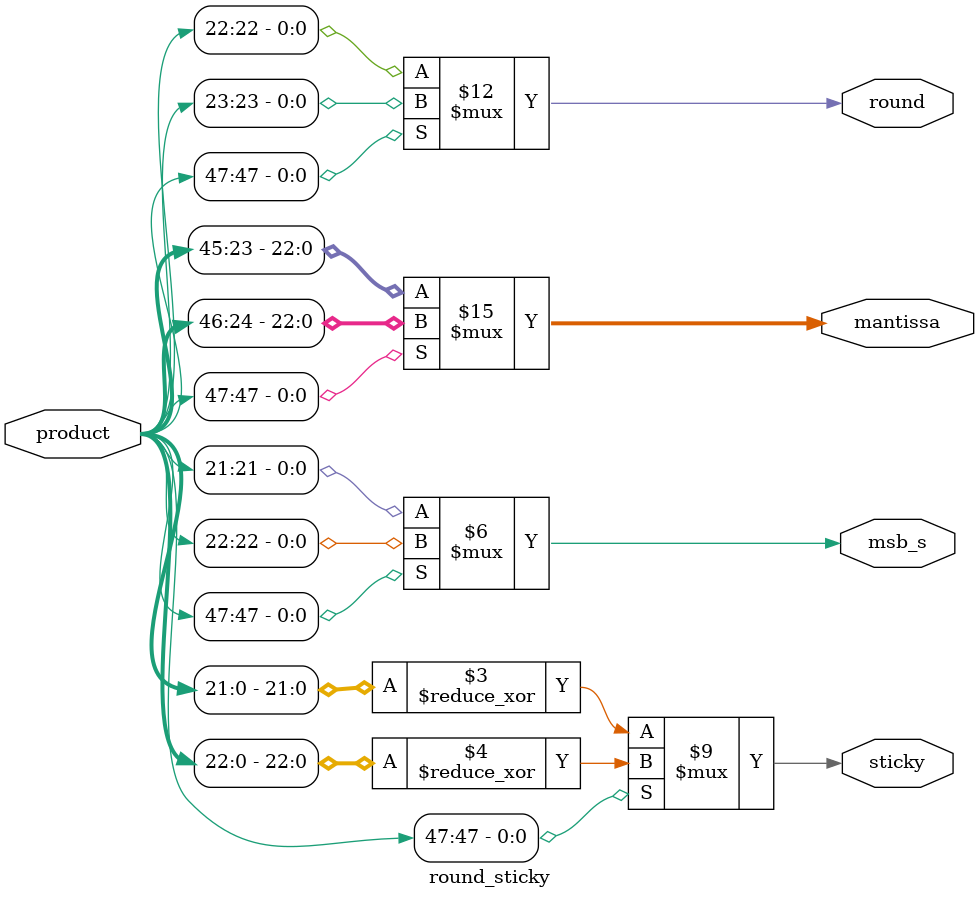
<source format=v>
`timescale 1ns / 1ps

module round_sticky(product, round, sticky, msb_s, mantissa);
    parameter N = 64, M = 23;
    
    input [N-1:0] product;
    output reg round, sticky, msb_s;
    output reg [M-1:0] mantissa;
    
    always @(product)
        if(product[47] == 0) begin
            mantissa <= product[45:23]; 
            round <= product[22];
            sticky <= ^product[21:0]; 
            msb_s <= product[21]; end
         else begin
            mantissa <= product[46:24];
            round <= product[23]; 
            sticky <= ^product[22:0];
            msb_s <= product[22]; end
    
endmodule

</source>
